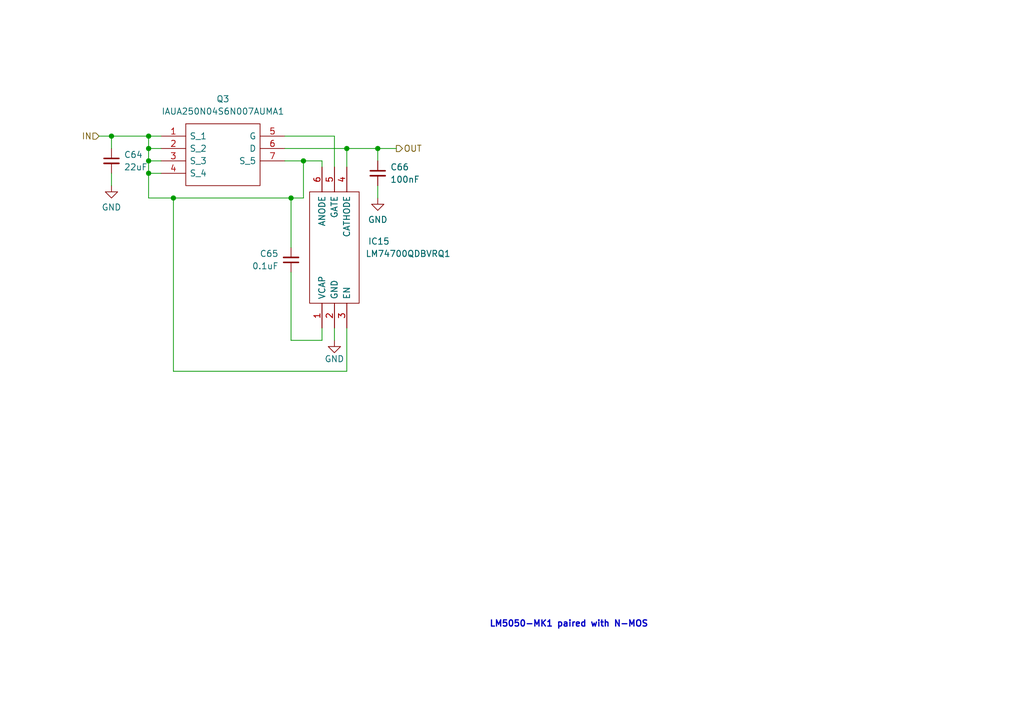
<source format=kicad_sch>
(kicad_sch (version 20211123) (generator eeschema)
  (paper "A5")
  (lib_symbols
    (symbol "Device:C_Small" (pin_numbers hide) (pin_names (offset 0.254) hide)
      (property "Reference" "C" (at 0.254 1.778 0))
      (property "Value" "C_Small" (at 0.254 -2.032 0))
      (symbol "C_Small_0_1"
        (polyline (pts (xy -1.524 -0.508) (xy 1.524 -0.508)) (stroke (width 0.3302)))
        (polyline (pts (xy -1.524 0.508) (xy 1.524 0.508)) (stroke (width 0.3048)))
      )
      (symbol "C_Small_1_1"
        (pin passive line (at 0 2.54 270) (length 2.032) (name "~") (number "1"))
        (pin passive line (at 0 -2.54 90) (length 2.032) (name "~") (number "2"))
      )
    )
    (symbol "PDM_additional:IAUA250N04S6N007AUMA1" (pin_names (offset 0.762))
      (property "Reference" "Q" (at 21.59 7.62 0))
      (property "Value" "IAUA250N04S6N007AUMA1" (at 21.59 5.08 0))
      (symbol "IAUA250N04S6N007AUMA1_0_0"
        (pin passive line (at 0 0 0) (length 5.08) (name "S_1") (number "1"))
        (pin passive line (at 0 -2.54 0) (length 5.08) (name "S_2") (number "2"))
        (pin passive line (at 0 -5.08 0) (length 5.08) (name "S_3") (number "3"))
        (pin passive line (at 0 -7.62 0) (length 5.08) (name "S_4") (number "4"))
        (pin passive line (at 25.4 0 180) (length 5.08) (name "G") (number "5"))
        (pin passive line (at 25.4 -2.54 180) (length 5.08) (name "D") (number "6"))
        (pin passive line (at 25.4 -5.08 180) (length 5.08) (name "S_5") (number "7"))
      )
      (symbol "IAUA250N04S6N007AUMA1_0_1"
        (polyline (pts (xy 5.08 2.54) (xy 20.32 2.54) (xy 20.32 -10.16) (xy 5.08 -10.16) (xy 5.08 2.54)) (stroke (width 0.1524)))
      )
    )
    (symbol "pdms_additional:LM74700QDBVRQ1" (pin_names (offset 0.762))
      (property "Reference" "IC" (at 29.21 7.62 0))
      (property "Value" "LM74700QDBVRQ1" (at 29.21 5.08 0))
      (symbol "LM74700QDBVRQ1_0_0"
        (pin passive line (at 0 0 0) (length 5.08) (name "VCAP") (number "1"))
        (pin passive line (at 0 -2.54 0) (length 5.08) (name "GND") (number "2"))
        (pin passive line (at 0 -5.08 0) (length 5.08) (name "EN") (number "3"))
        (pin passive line (at 33.02 -5.08 180) (length 5.08) (name "CATHODE") (number "4"))
        (pin passive line (at 33.02 -2.54 180) (length 5.08) (name "GATE") (number "5"))
        (pin passive line (at 33.02 0 180) (length 5.08) (name "ANODE") (number "6"))
      )
      (symbol "LM74700QDBVRQ1_0_1"
        (polyline (pts (xy 5.08 2.54) (xy 27.94 2.54) (xy 27.94 -7.62) (xy 5.08 -7.62) (xy 5.08 2.54)) (stroke (width 0.1524)))
      )
    )
    (symbol "power:GND" (power) (pin_names (offset 0))
      (property "Value" "GND" (at 0 -3.81 0))
      (symbol "GND_0_1"
        (polyline (pts (xy 0 0) (xy 0 -1.27) (xy 1.27 -1.27) (xy 0 -2.54) (xy -1.27 -1.27) (xy 0 -1.27)))
      )
      (symbol "GND_1_1"
        (pin power_in line (at 0 0 270) (length 0) hide (name "GND") (number "1"))
      )
    )
  )
  (junction (at 35.56 40.64))
  (junction (at 71.12 30.48))
  (junction (at 30.48 27.94))
  (junction (at 30.48 30.48))
  (junction (at 62.23 33.02))
  (junction (at 22.86 27.94))
  (junction (at 59.69 40.64))
  (junction (at 30.48 35.56))
  (junction (at 30.48 33.02))
  (junction (at 77.47 30.48))
  (wire (pts (xy 77.47 30.48) (xy 81.28 30.48)))
  (wire (pts (xy 58.42 30.48) (xy 71.12 30.48)))
  (wire (pts (xy 59.69 69.85) (xy 66.04 69.85)))
  (wire (pts (xy 30.48 35.56) (xy 30.48 40.64)))
  (wire (pts (xy 62.23 33.02) (xy 66.04 33.02)))
  (wire (pts (xy 58.42 33.02) (xy 62.23 33.02)))
  (wire (pts (xy 66.04 69.85) (xy 66.04 67.31)))
  (wire (pts (xy 59.69 55.88) (xy 59.69 69.85)))
  (wire (pts (xy 30.48 40.64) (xy 35.56 40.64)))
  (wire (pts (xy 71.12 30.48) (xy 71.12 34.29)))
  (wire (pts (xy 68.58 27.94) (xy 68.58 34.29)))
  (wire (pts (xy 22.86 27.94) (xy 30.48 27.94)))
  (wire (pts (xy 71.12 76.2) (xy 35.56 76.2)))
  (wire (pts (xy 59.69 40.64) (xy 59.69 50.8)))
  (wire (pts (xy 30.48 33.02) (xy 33.02 33.02)))
  (wire (pts (xy 30.48 30.48) (xy 30.48 33.02)))
  (wire (pts (xy 71.12 67.31) (xy 71.12 76.2)))
  (wire (pts (xy 22.86 27.94) (xy 22.86 30.48)))
  (wire (pts (xy 66.04 34.29) (xy 66.04 33.02)))
  (wire (pts (xy 30.48 33.02) (xy 30.48 35.56)))
  (wire (pts (xy 35.56 76.2) (xy 35.56 40.64)))
  (wire (pts (xy 77.47 30.48) (xy 77.47 33.02)))
  (wire (pts (xy 30.48 27.94) (xy 30.48 30.48)))
  (wire (pts (xy 35.56 40.64) (xy 59.69 40.64)))
  (wire (pts (xy 30.48 30.48) (xy 33.02 30.48)))
  (wire (pts (xy 30.48 27.94) (xy 33.02 27.94)))
  (wire (pts (xy 58.42 27.94) (xy 68.58 27.94)))
  (wire (pts (xy 22.86 35.56) (xy 22.86 38.1)))
  (wire (pts (xy 30.48 35.56) (xy 33.02 35.56)))
  (wire (pts (xy 59.69 40.64) (xy 62.23 40.64)))
  (wire (pts (xy 20.32 27.94) (xy 22.86 27.94)))
  (wire (pts (xy 62.23 40.64) (xy 62.23 33.02)))
  (wire (pts (xy 68.58 67.31) (xy 68.58 69.85)))
  (wire (pts (xy 71.12 30.48) (xy 77.47 30.48)))
  (wire (pts (xy 77.47 38.1) (xy 77.47 40.64)))
  (text "LM5050-MK1 paired with N-MOS" (at 100.33 128.905 0) (effects (font (size 1.27 1.27) (thickness 0.254) bold) (justify left bottom)))
  (hierarchical_label "OUT" (shape output) (at 81.28 30.48 0))
  (hierarchical_label "IN" (shape input) (at 20.32 27.94 180))
  (symbol (lib_id "pdms_additional:LM74700QDBVRQ1") (at 66.04 67.31 90) (unit 1)
    (property "Reference" "IC15" (at 75.438 49.5299 90) (effects (justify right)))
    (property "Value" "LM74700QDBVRQ1" (at 74.93 52.07 90) (effects (justify right)))
    (property "Footprint" "PDMS_Additional:SOT95P280X145-6N" (effects hide))
    (property "Datasheet" "http://www.ti.com/lit/gpn/LM74700-Q1" (effects hide))
    (property "Description" "Low Iq, ideal diode controller" (effects hide))
    (property "Height" "1.45" (effects hide))
    (property "Manufacturer_Name" "Texas Instruments" (effects hide))
    (property "Manufacturer_Part_Number" "LM74700QDBVRQ1" (effects hide))
    (property "Mouser Part Number" "595-LM74700QDBVRQ1" (effects hide))
    (property "Mouser Price/Stock" "https://www.mouser.co.uk/ProductDetail/Texas-Instruments/LM74700QDBVRQ1?qs=j%252B1pi9TdxUYjAZhGV8eSkQ%3D%3D" (effects hide))
    (property "Arrow Part Number" "LM74700QDBVRQ1" (effects hide))
    (property "Arrow Price/Stock" "https://www.arrow.com/en/products/lm74700qdbvrq1/texas-instruments?region=nac" (effects hide))
  )
  (symbol (lib_id "power:GND") (at 77.47 40.64 0) (unit 1)
    (property "Reference" "#PWR0249" (effects hide))
    (property "Value" "GND" (at 77.47 45.085 0))
  )
  (symbol (lib_id "Device:C_Small") (at 22.86 33.02 0) (unit 1)
    (property "Reference" "C64" (at 25.4 31.7562 0) (effects (justify left)))
    (property "Value" "22uF" (at 25.4 34.2962 0) (effects (justify left)))
  )
  (symbol (lib_id "Device:C_Small") (at 77.47 35.56 0) (unit 1)
    (property "Reference" "C66" (at 80.01 34.2962 0) (effects (justify left)))
    (property "Value" "100nF" (at 80.01 36.8362 0) (effects (justify left)))
  )
  (symbol (lib_id "Device:C_Small") (at 59.69 53.34 0) (mirror x) (unit 1)
    (property "Reference" "C65" (at 57.15 52.0635 0) (effects (justify right)))
    (property "Value" "0.1uF" (at 57.15 54.6035 0) (effects (justify right)))
  )
  (symbol (lib_id "power:GND") (at 22.86 38.1 0) (unit 1)
    (property "Reference" "#PWR0251" (effects hide))
    (property "Value" "GND" (at 22.86 42.545 0))
  )
  (symbol (lib_id "power:GND") (at 68.58 69.85 0) (unit 1)
    (property "Reference" "#PWR0250" (effects hide))
    (property "Value" "GND" (at 68.58 73.66 0))
  )
  (symbol (lib_id "PDM_additional:IAUA250N04S6N007AUMA1") (at 33.02 27.94 0) (unit 1)
    (property "Reference" "Q3" (at 45.72 20.32 0))
    (property "Value" "IAUA250N04S6N007AUMA1" (at 45.72 22.86 0))
    (property "Footprint" "PDM_Additional:IAUA250N04S6N007AUMA1" (effects hide))
    (property "Datasheet" "https://www.infineon.com/dgdl/Infineon-IAUA250N04S6N007-DataSheet-v01_00-EN.pdf?fileId=5546d462712ef9b701717821bea511a7" (effects hide))
    (property "Description" "MOSFET MOSFET_(20V 40V)" (effects hide))
    (property "Height" "2.3" (effects hide))
    (property "Manufacturer_Name" "Infineon" (effects hide))
    (property "Manufacturer_Part_Number" "IAUA250N04S6N007AUMA1" (effects hide))
    (property "Mouser Part Number" "726-IAUA250N04S6N007" (effects hide))
    (property "Mouser Price/Stock" "https://www.mouser.co.uk/ProductDetail/Infineon-Technologies/IAUA250N04S6N007AUMA1?qs=GedFDFLaBXGndGaSuwed7w%3D%3D" (effects hide))
  )
)
</source>
